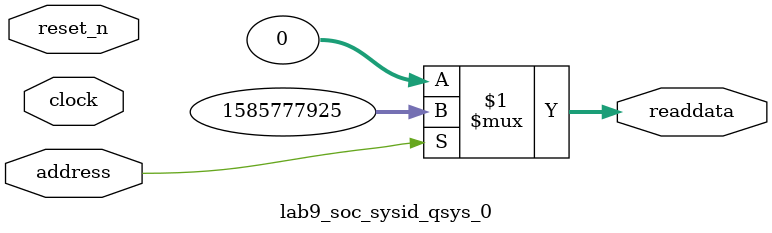
<source format=v>



// synthesis translate_off
`timescale 1ns / 1ps
// synthesis translate_on

// turn off superfluous verilog processor warnings 
// altera message_level Level1 
// altera message_off 10034 10035 10036 10037 10230 10240 10030 

module lab9_soc_sysid_qsys_0 (
               // inputs:
                address,
                clock,
                reset_n,

               // outputs:
                readdata
             )
;

  output  [ 31: 0] readdata;
  input            address;
  input            clock;
  input            reset_n;

  wire    [ 31: 0] readdata;
  //control_slave, which is an e_avalon_slave
  assign readdata = address ? 1585777925 : 0;

endmodule



</source>
